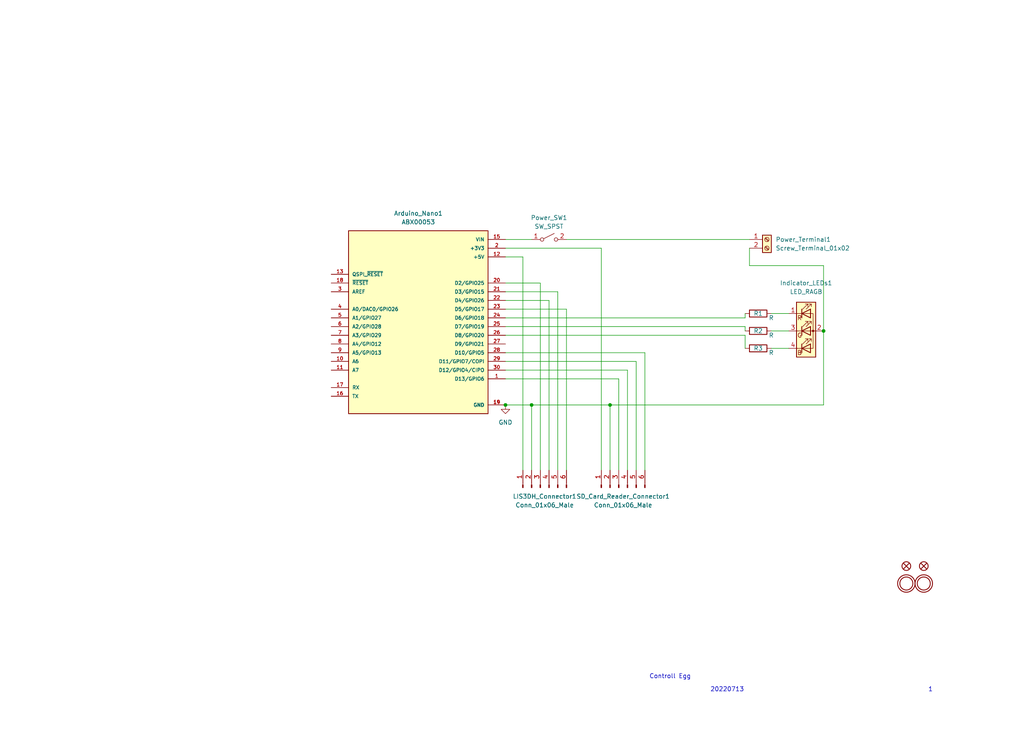
<source format=kicad_sch>
(kicad_sch (version 20211123) (generator eeschema)
  (paper "User" 298.45 217.881)
  (lib_symbols
    (symbol "ABX00053:ABX00053" (pin_names (offset 1.016))
      (property "Reference" "U?" (at 0 30.48 0))
      (property "Value" "ABX00053" (at 0 27.94 0))
      (symbol "ABX00053_0_0"
        (rectangle (start -20.32 -27.94) (end 20.32 25.4) (stroke (width 0.254)) (fill (type background)))
        (pin bidirectional line (at 25.4 -17.78 180) (length 5.08) (name "D13/GPIO6") (number "1"))
        (pin bidirectional line (at -25.4 -12.7 0) (length 5.08) (name "A6") (number "10"))
        (pin bidirectional line (at -25.4 -15.24 0) (length 5.08) (name "A7") (number "11"))
        (pin power_in line (at 25.4 17.78 180) (length 5.08) (name "+5V") (number "12"))
        (pin input line (at -25.4 12.7 0) (length 5.08) (name "QSPI_~{RESET}") (number "13"))
        (pin power_in line (at 25.4 -25.4 180) (length 5.08) (name "GND") (number "14"))
        (pin power_in line (at 25.4 22.86 180) (length 5.08) (name "VIN") (number "15"))
        (pin bidirectional line (at -25.4 -22.86 0) (length 5.08) (name "TX") (number "16"))
        (pin bidirectional line (at -25.4 -20.32 0) (length 5.08) (name "RX") (number "17"))
        (pin input line (at -25.4 10.16 0) (length 5.08) (name "~{RESET}") (number "18"))
        (pin power_in line (at 25.4 -25.4 180) (length 5.08) (name "GND") (number "19"))
        (pin power_in line (at 25.4 20.32 180) (length 5.08) (name "+3V3") (number "2"))
        (pin bidirectional line (at 25.4 10.16 180) (length 5.08) (name "D2/GPIO25") (number "20"))
        (pin bidirectional line (at 25.4 7.62 180) (length 5.08) (name "D3/GPIO15") (number "21"))
        (pin bidirectional line (at 25.4 5.08 180) (length 5.08) (name "D4/GPIO26") (number "22"))
        (pin bidirectional line (at 25.4 2.54 180) (length 5.08) (name "D5/GPIO17") (number "23"))
        (pin bidirectional line (at 25.4 0 180) (length 5.08) (name "D6/GPIO18") (number "24"))
        (pin bidirectional line (at 25.4 -2.54 180) (length 5.08) (name "D7/GPIO19") (number "25"))
        (pin bidirectional line (at 25.4 -5.08 180) (length 5.08) (name "D8/GPIO20") (number "26"))
        (pin bidirectional line (at 25.4 -7.62 180) (length 5.08) (name "D9/GPIO21") (number "27"))
        (pin bidirectional line (at 25.4 -10.16 180) (length 5.08) (name "D10/GPIO5") (number "28"))
        (pin bidirectional line (at 25.4 -12.7 180) (length 5.08) (name "D11/GPIO7/COPI") (number "29"))
        (pin bidirectional line (at -25.4 7.62 0) (length 5.08) (name "AREF") (number "3"))
        (pin bidirectional line (at 25.4 -15.24 180) (length 5.08) (name "D12/GPIO4/CIPO") (number "30"))
        (pin bidirectional line (at -25.4 2.54 0) (length 5.08) (name "A0/DAC0/GPIO26") (number "4"))
        (pin bidirectional line (at -25.4 0 0) (length 5.08) (name "A1/GPIO27") (number "5"))
        (pin bidirectional line (at -25.4 -2.54 0) (length 5.08) (name "A2/GPIO28") (number "6"))
        (pin bidirectional line (at -25.4 -5.08 0) (length 5.08) (name "A3/GPIO29") (number "7"))
        (pin bidirectional line (at -25.4 -7.62 0) (length 5.08) (name "A4/GPIO12") (number "8"))
        (pin bidirectional line (at -25.4 -10.16 0) (length 5.08) (name "A5/GPIO13") (number "9"))
      )
    )
    (symbol "Connector:Conn_01x06_Male" (pin_names (offset 1.016) hide)
      (property "Reference" "J" (at 0 7.62 0))
      (property "Value" "Conn_01x06_Male" (at 0 -10.16 0))
      (symbol "Conn_01x06_Male_1_1"
        (polyline (pts (xy 1.27 -7.62) (xy 0.8636 -7.62)) (stroke (width 0.1524)))
        (polyline (pts (xy 1.27 -5.08) (xy 0.8636 -5.08)) (stroke (width 0.1524)))
        (polyline (pts (xy 1.27 -2.54) (xy 0.8636 -2.54)) (stroke (width 0.1524)))
        (polyline (pts (xy 1.27 0) (xy 0.8636 0)) (stroke (width 0.1524)))
        (polyline (pts (xy 1.27 2.54) (xy 0.8636 2.54)) (stroke (width 0.1524)))
        (polyline (pts (xy 1.27 5.08) (xy 0.8636 5.08)) (stroke (width 0.1524)))
        (rectangle (start 0.8636 -7.493) (end 0 -7.747) (stroke (width 0.1524)) (fill (type outline)))
        (rectangle (start 0.8636 -4.953) (end 0 -5.207) (stroke (width 0.1524)) (fill (type outline)))
        (rectangle (start 0.8636 -2.413) (end 0 -2.667) (stroke (width 0.1524)) (fill (type outline)))
        (rectangle (start 0.8636 0.127) (end 0 -0.127) (stroke (width 0.1524)) (fill (type outline)))
        (rectangle (start 0.8636 2.667) (end 0 2.413) (stroke (width 0.1524)) (fill (type outline)))
        (rectangle (start 0.8636 5.207) (end 0 4.953) (stroke (width 0.1524)) (fill (type outline)))
        (pin passive line (at 5.08 5.08 180) (length 3.81) (name "Pin_1") (number "1"))
        (pin passive line (at 5.08 2.54 180) (length 3.81) (name "Pin_2") (number "2"))
        (pin passive line (at 5.08 0 180) (length 3.81) (name "Pin_3") (number "3"))
        (pin passive line (at 5.08 -2.54 180) (length 3.81) (name "Pin_4") (number "4"))
        (pin passive line (at 5.08 -5.08 180) (length 3.81) (name "Pin_5") (number "5"))
        (pin passive line (at 5.08 -7.62 180) (length 3.81) (name "Pin_6") (number "6"))
      )
    )
    (symbol "Connector:Screw_Terminal_01x02" (pin_names (offset 1.016) hide)
      (property "Reference" "J" (at 0 2.54 0))
      (property "Value" "Screw_Terminal_01x02" (at 0 -5.08 0))
      (symbol "Screw_Terminal_01x02_1_1"
        (rectangle (start -1.27 1.27) (end 1.27 -3.81) (stroke (width 0.254)) (fill (type background)))
        (circle (center 0 -2.54) (radius 0.635) (stroke (width 0.1524)))
        (polyline (pts (xy -0.5334 -2.2098) (xy 0.3302 -3.048)) (stroke (width 0.1524)))
        (polyline (pts (xy -0.5334 0.3302) (xy 0.3302 -0.508)) (stroke (width 0.1524)))
        (polyline (pts (xy -0.3556 -2.032) (xy 0.508 -2.8702)) (stroke (width 0.1524)))
        (polyline (pts (xy -0.3556 0.508) (xy 0.508 -0.3302)) (stroke (width 0.1524)))
        (circle (center 0 0) (radius 0.635) (stroke (width 0.1524)))
        (pin passive line (at -5.08 0 0) (length 3.81) (name "Pin_1") (number "1"))
        (pin passive line (at -5.08 -2.54 0) (length 3.81) (name "Pin_2") (number "2"))
      )
    )
    (symbol "Device:LED_RAGB" (pin_names (offset 0) hide)
      (property "Reference" "D" (at 0 9.398 0))
      (property "Value" "LED_RAGB" (at 0 -8.89 0))
      (symbol "LED_RAGB_0_0"
        (text "B" (at -1.905 -6.35 0) (effects (font (size 1.27 1.27))))
        (text "G" (at -1.905 -1.27 0) (effects (font (size 1.27 1.27))))
        (text "R" (at -1.905 3.81 0) (effects (font (size 1.27 1.27))))
      )
      (symbol "LED_RAGB_0_1"
        (polyline (pts (xy -1.27 -5.08) (xy -2.54 -5.08)))
        (polyline (pts (xy -1.27 -5.08) (xy 1.27 -5.08)))
        (polyline (pts (xy -1.27 -3.81) (xy -1.27 -6.35)) (stroke (width 0.254)))
        (polyline (pts (xy -1.27 0) (xy -2.54 0)))
        (polyline (pts (xy -1.27 1.27) (xy -1.27 -1.27)) (stroke (width 0.254)))
        (polyline (pts (xy -1.27 5.08) (xy -2.54 5.08)))
        (polyline (pts (xy -1.27 5.08) (xy 1.27 5.08)))
        (polyline (pts (xy -1.27 6.35) (xy -1.27 3.81)) (stroke (width 0.254)))
        (polyline (pts (xy 1.27 0) (xy -1.27 0)))
        (polyline (pts (xy 1.27 0) (xy 2.54 0)))
        (polyline (pts (xy -1.27 1.27) (xy -1.27 -1.27) (xy -1.27 -1.27)))
        (polyline (pts (xy -1.27 6.35) (xy -1.27 3.81) (xy -1.27 3.81)))
        (polyline (pts (xy 1.27 -5.08) (xy 2.032 -5.08) (xy 2.032 5.08) (xy 1.27 5.08)))
        (polyline (pts (xy 1.27 -3.81) (xy 1.27 -6.35) (xy -1.27 -5.08) (xy 1.27 -3.81)) (stroke (width 0.254)))
        (polyline (pts (xy 1.27 1.27) (xy 1.27 -1.27) (xy -1.27 0) (xy 1.27 1.27)) (stroke (width 0.254)))
        (polyline (pts (xy 1.27 6.35) (xy 1.27 3.81) (xy -1.27 5.08) (xy 1.27 6.35)) (stroke (width 0.254)))
        (polyline (pts (xy -1.016 -3.81) (xy 0.508 -2.286) (xy -0.254 -2.286) (xy 0.508 -2.286) (xy 0.508 -3.048)))
        (polyline (pts (xy -1.016 1.27) (xy 0.508 2.794) (xy -0.254 2.794) (xy 0.508 2.794) (xy 0.508 2.032)))
        (polyline (pts (xy -1.016 6.35) (xy 0.508 7.874) (xy -0.254 7.874) (xy 0.508 7.874) (xy 0.508 7.112)))
        (polyline (pts (xy 0 -3.81) (xy 1.524 -2.286) (xy 0.762 -2.286) (xy 1.524 -2.286) (xy 1.524 -3.048)))
        (polyline (pts (xy 0 1.27) (xy 1.524 2.794) (xy 0.762 2.794) (xy 1.524 2.794) (xy 1.524 2.032)))
        (polyline (pts (xy 0 6.35) (xy 1.524 7.874) (xy 0.762 7.874) (xy 1.524 7.874) (xy 1.524 7.112)))
        (rectangle (start 1.27 -1.27) (end 1.27 1.27))
        (rectangle (start 1.27 1.27) (end 1.27 1.27))
        (rectangle (start 1.27 3.81) (end 1.27 6.35))
        (rectangle (start 1.27 6.35) (end 1.27 6.35))
        (circle (center 2.032 0) (radius 0.254) (fill (type outline)))
        (rectangle (start 2.794 8.382) (end -2.794 -7.62) (stroke (width 0.254)) (fill (type background)))
      )
      (symbol "LED_RAGB_1_1"
        (pin passive line (at -5.08 5.08 0) (length 2.54) (name "RK") (number "1"))
        (pin passive line (at 5.08 0 180) (length 2.54) (name "A") (number "2"))
        (pin passive line (at -5.08 0 0) (length 2.54) (name "GK") (number "3"))
        (pin passive line (at -5.08 -5.08 0) (length 2.54) (name "BK") (number "4"))
      )
    )
    (symbol "Device:R" (pin_numbers hide) (pin_names (offset 0))
      (property "Reference" "R" (at 2.032 0 90))
      (property "Value" "R" (at 0 0 90))
      (symbol "R_0_1"
        (rectangle (start -1.016 -2.54) (end 1.016 2.54) (stroke (width 0.254)))
      )
      (symbol "R_1_1"
        (pin passive line (at 0 3.81 270) (length 1.27) (name "~") (number "1"))
        (pin passive line (at 0 -3.81 90) (length 1.27) (name "~") (number "2"))
      )
    )
    (symbol "ElectronicEggDrop-eagle-import:FIDUCIAL{dblquote}{dblquote}"
      (symbol "FIDUCIAL{dblquote}{dblquote}_1_0"
        (polyline (pts (xy -0.762 0.762) (xy 0.762 -0.762)) (stroke (width 0.254)))
        (polyline (pts (xy 0.762 0.762) (xy -0.762 -0.762)) (stroke (width 0.254)))
        (circle (center 0 0) (radius 1.27) (stroke (width 0.254)))
      )
    )
    (symbol "ElectronicEggDrop-eagle-import:MOUNTINGHOLE2.5"
      (symbol "MOUNTINGHOLE2.5_1_0"
        (circle (center 0 0) (radius 1.905) (stroke (width 0.254)))
        (circle (center 0 0) (radius 2.54) (stroke (width 0.254)))
      )
    )
    (symbol "Switch:SW_SPST" (pin_names (offset 0) hide)
      (property "Reference" "SW" (at 0 3.175 0))
      (property "Value" "SW_SPST" (at 0 -2.54 0))
      (symbol "SW_SPST_0_0"
        (circle (center -2.032 0) (radius 0.508))
        (polyline (pts (xy -1.524 0.254) (xy 1.524 1.778)))
        (circle (center 2.032 0) (radius 0.508))
      )
      (symbol "SW_SPST_1_1"
        (pin passive line (at -5.08 0 0) (length 2.54) (name "A") (number "1"))
        (pin passive line (at 5.08 0 180) (length 2.54) (name "B") (number "2"))
      )
    )
    (symbol "power:GND" (power) (pin_names (offset 0))
      (property "Value" "GND" (at 0 -3.81 0))
      (symbol "GND_0_1"
        (polyline (pts (xy 0 0) (xy 0 -1.27) (xy 1.27 -1.27) (xy 0 -2.54) (xy -1.27 -1.27) (xy 0 -1.27)))
      )
      (symbol "GND_1_1"
        (pin power_in line (at 0 0 270) (length 0) hide (name "GND") (number "1"))
      )
    )
  )
  (junction (at 147.32 118.11))
  (junction (at 240.03 96.52))
  (junction (at 154.94 118.11))
  (junction (at 177.8 118.11))
  (wire (pts (xy 165.1 69.85) (xy 218.44 69.85)))
  (wire (pts (xy 157.48 137.16) (xy 157.48 82.55)))
  (wire (pts (xy 182.88 107.95) (xy 147.32 107.95)))
  (wire (pts (xy 165.1 137.16) (xy 165.1 90.17)))
  (wire (pts (xy 165.1 90.17) (xy 147.32 90.17)))
  (wire (pts (xy 147.32 69.85) (xy 154.94 69.85)))
  (wire (pts (xy 185.42 105.41) (xy 147.32 105.41)))
  (wire (pts (xy 147.32 110.49) (xy 180.34 110.49)))
  (wire (pts (xy 180.34 110.49) (xy 180.34 137.16)))
  (wire (pts (xy 240.03 77.47) (xy 240.03 96.52)))
  (wire (pts (xy 160.02 137.16) (xy 160.02 87.63)))
  (wire (pts (xy 218.44 72.39) (xy 218.44 77.47)))
  (wire (pts (xy 240.03 118.11) (xy 177.8 118.11)))
  (wire (pts (xy 217.17 97.79) (xy 147.32 97.79)))
  (wire (pts (xy 240.03 96.52) (xy 240.03 118.11)))
  (wire (pts (xy 217.17 101.6) (xy 217.17 97.79)))
  (wire (pts (xy 187.96 137.16) (xy 187.96 102.87)))
  (wire (pts (xy 152.4 137.16) (xy 152.4 74.93)))
  (wire (pts (xy 157.48 82.55) (xy 147.32 82.55)))
  (wire (pts (xy 152.4 74.93) (xy 147.32 74.93)))
  (wire (pts (xy 187.96 102.87) (xy 147.32 102.87)))
  (wire (pts (xy 224.79 96.52) (xy 229.87 96.52)))
  (wire (pts (xy 217.17 91.44) (xy 217.17 92.71)))
  (wire (pts (xy 162.56 85.09) (xy 147.32 85.09)))
  (wire (pts (xy 175.26 72.39) (xy 147.32 72.39)))
  (wire (pts (xy 224.79 91.44) (xy 229.87 91.44)))
  (wire (pts (xy 218.44 77.47) (xy 240.03 77.47)))
  (wire (pts (xy 175.26 137.16) (xy 175.26 72.39)))
  (wire (pts (xy 217.17 96.52) (xy 217.17 95.25)))
  (wire (pts (xy 185.42 137.16) (xy 185.42 105.41)))
  (wire (pts (xy 162.56 137.16) (xy 162.56 85.09)))
  (wire (pts (xy 177.8 118.11) (xy 177.8 137.16)))
  (wire (pts (xy 160.02 87.63) (xy 147.32 87.63)))
  (wire (pts (xy 217.17 92.71) (xy 147.32 92.71)))
  (wire (pts (xy 177.8 118.11) (xy 154.94 118.11)))
  (wire (pts (xy 154.94 118.11) (xy 147.32 118.11)))
  (wire (pts (xy 217.17 95.25) (xy 147.32 95.25)))
  (wire (pts (xy 182.88 137.16) (xy 182.88 107.95)))
  (wire (pts (xy 154.94 118.11) (xy 154.94 137.16)))
  (wire (pts (xy 224.79 101.6) (xy 229.87 101.6)))
  (text "1\n" (at 270.51 201.93 0) (effects (font (size 1.27 1.27)) (justify left bottom)))
  (text "20220713" (at 207.01 201.93 0) (effects (font (size 1.27 1.27)) (justify left bottom)))
  (text "Controll Egg\n" (at 189.23 198.12 0) (effects (font (size 1.27 1.27)) (justify left bottom)))
  (symbol (lib_id "ElectronicEggDrop-eagle-import:FIDUCIAL{dblquote}{dblquote}") (at 269.24 165.1 0) (unit 1)
    (property "Reference" "FID1" (effects hide))
    (property "Value" "FIDUCIAL{dblquote}{dblquote}" (effects hide))
    (property "Footprint" "ElectronicEggDrop:FIDUCIAL_1MM" (effects hide))
  )
  (symbol (lib_id "Device:R") (at 220.98 101.6 90) (unit 1)
    (property "Reference" "R3" (at 220.98 101.6 90))
    (property "Value" "R" (at 224.79 102.87 90))
    (property "Footprint" "Resistor_THT:R_Axial_DIN0204_L3.6mm_D1.6mm_P5.08mm_Horizontal" (effects hide))
  )
  (symbol (lib_id "ElectronicEggDrop-eagle-import:MOUNTINGHOLE2.5") (at 269.24 170.18 0) (unit 1)
    (property "Reference" "U$10" (effects hide))
    (property "Value" "MOUNTINGHOLE2.5" (effects hide))
    (property "Footprint" "ElectronicEggDrop:MOUNTINGHOLE_2.5_PLATED" (effects hide))
  )
  (symbol (lib_id "Device:R") (at 220.98 91.44 90) (unit 1)
    (property "Reference" "R1" (at 220.98 91.44 90))
    (property "Value" "R" (at 224.79 92.71 90))
    (property "Footprint" "Resistor_THT:R_Axial_DIN0204_L3.6mm_D1.6mm_P5.08mm_Horizontal" (effects hide))
  )
  (symbol (lib_id "ElectronicEggDrop-eagle-import:FIDUCIAL{dblquote}{dblquote}") (at 264.16 165.1 0) (unit 1)
    (property "Reference" "FID2" (effects hide))
    (property "Value" "FIDUCIAL{dblquote}{dblquote}" (effects hide))
    (property "Footprint" "ElectronicEggDrop:FIDUCIAL_1MM" (effects hide))
  )
  (symbol (lib_id "Switch:SW_SPST") (at 160.02 69.85 0) (unit 1)
    (property "Reference" "Power_SW1" (at 160.02 63.5 0))
    (property "Value" "SW_SPST" (at 160.02 66.04 0))
    (property "Footprint" "Connector_Molex:Molex_KK-254_AE-6410-02A_1x02_P2.54mm_Vertical" (effects hide))
  )
  (symbol (lib_id "Connector:Conn_01x06_Male") (at 157.48 142.24 90) (unit 1)
    (property "Reference" "LIS3DH_Connector1" (at 158.75 144.78 90))
    (property "Value" "Conn_01x06_Male" (at 158.75 147.32 90))
    (property "Footprint" "Connector_Molex:Molex_KK-254_AE-6410-06A_1x06_P2.54mm_Vertical" (effects hide))
  )
  (symbol (lib_id "Device:R") (at 220.98 96.52 90) (unit 1)
    (property "Reference" "R2" (at 220.98 96.52 90))
    (property "Value" "R" (at 224.79 97.79 90))
    (property "Footprint" "Resistor_THT:R_Axial_DIN0204_L3.6mm_D1.6mm_P5.08mm_Horizontal" (effects hide))
  )
  (symbol (lib_id "power:GND") (at 147.32 118.11 0) (unit 1)
    (property "Reference" "#PWR0101" (effects hide))
    (property "Value" "GND" (at 147.32 123.19 0))
  )
  (symbol (lib_id "Connector:Screw_Terminal_01x02") (at 223.52 69.85 0) (unit 1)
    (property "Reference" "Power_Terminal1" (at 226.06 69.8499 0) (effects (justify left)))
    (property "Value" "Screw_Terminal_01x02" (at 226.06 72.3899 0) (effects (justify left)))
    (property "Footprint" "TerminalBlock_Phoenix:TerminalBlock_Phoenix_MPT-0,5-2-2.54_1x02_P2.54mm_Horizontal" (effects hide))
  )
  (symbol (lib_id "Connector:Conn_01x06_Male") (at 180.34 142.24 90) (unit 1)
    (property "Reference" "SD_Card_Reader_Connector1" (at 181.61 144.78 90))
    (property "Value" "Conn_01x06_Male" (at 181.61 147.32 90))
    (property "Footprint" "Connector_Molex:Molex_KK-254_AE-6410-06A_1x06_P2.54mm_Vertical" (effects hide))
  )
  (symbol (lib_id "ElectronicEggDrop-eagle-import:MOUNTINGHOLE2.5") (at 264.16 170.18 0) (unit 1)
    (property "Reference" "U$13" (effects hide))
    (property "Value" "MOUNTINGHOLE2.5" (effects hide))
    (property "Footprint" "ElectronicEggDrop:MOUNTINGHOLE_2.5_PLATED" (effects hide))
  )
  (symbol (lib_id "ABX00053:ABX00053") (at 121.92 92.71 0) (unit 1)
    (property "Reference" "Arduino_Nano1" (at 121.92 62.23 0))
    (property "Value" "ABX00053" (at 121.92 64.77 0))
    (property "Footprint" "MODULE_ABX00053" (effects hide))
    (property "STANDARD" "Manufacturer Recommendations" (effects hide))
    (property "PARTREV" "Rev. 01 - 14/05/2021" (effects hide))
    (property "MANUFACTURER" "Arduino" (effects hide))
  )
  (symbol (lib_id "Device:LED_RAGB") (at 234.95 96.52 0) (unit 1)
    (property "Reference" "Indicator_LEDs1" (at 234.95 82.55 0))
    (property "Value" "LED_RAGB" (at 234.95 85.09 0))
    (property "Footprint" "Connector_Molex:Molex_KK-254_AE-6410-04A_1x04_P2.54mm_Vertical" (effects hide))
  )
)
</source>
